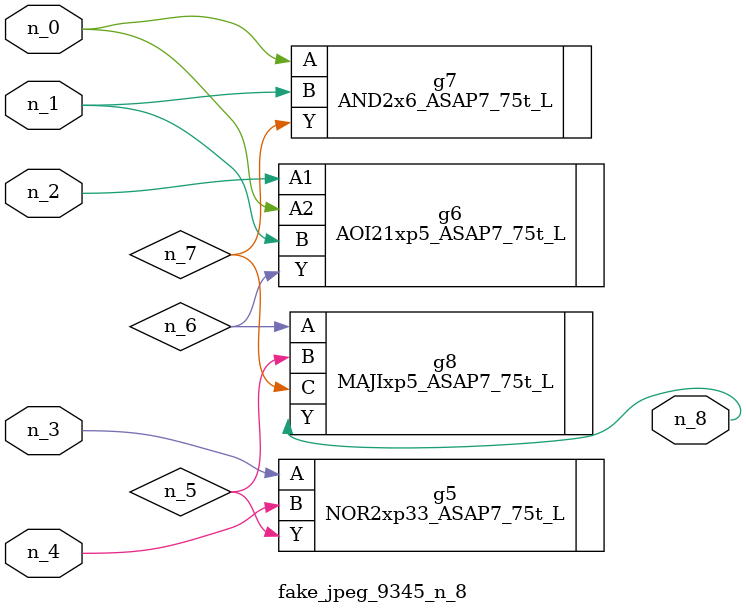
<source format=v>
module fake_jpeg_9345_n_8 (n_3, n_2, n_1, n_0, n_4, n_8);

input n_3;
input n_2;
input n_1;
input n_0;
input n_4;

output n_8;

wire n_6;
wire n_5;
wire n_7;

NOR2xp33_ASAP7_75t_L g5 ( 
.A(n_3),
.B(n_4),
.Y(n_5)
);

AOI21xp5_ASAP7_75t_L g6 ( 
.A1(n_2),
.A2(n_0),
.B(n_1),
.Y(n_6)
);

AND2x6_ASAP7_75t_L g7 ( 
.A(n_0),
.B(n_1),
.Y(n_7)
);

MAJIxp5_ASAP7_75t_L g8 ( 
.A(n_6),
.B(n_5),
.C(n_7),
.Y(n_8)
);


endmodule
</source>
